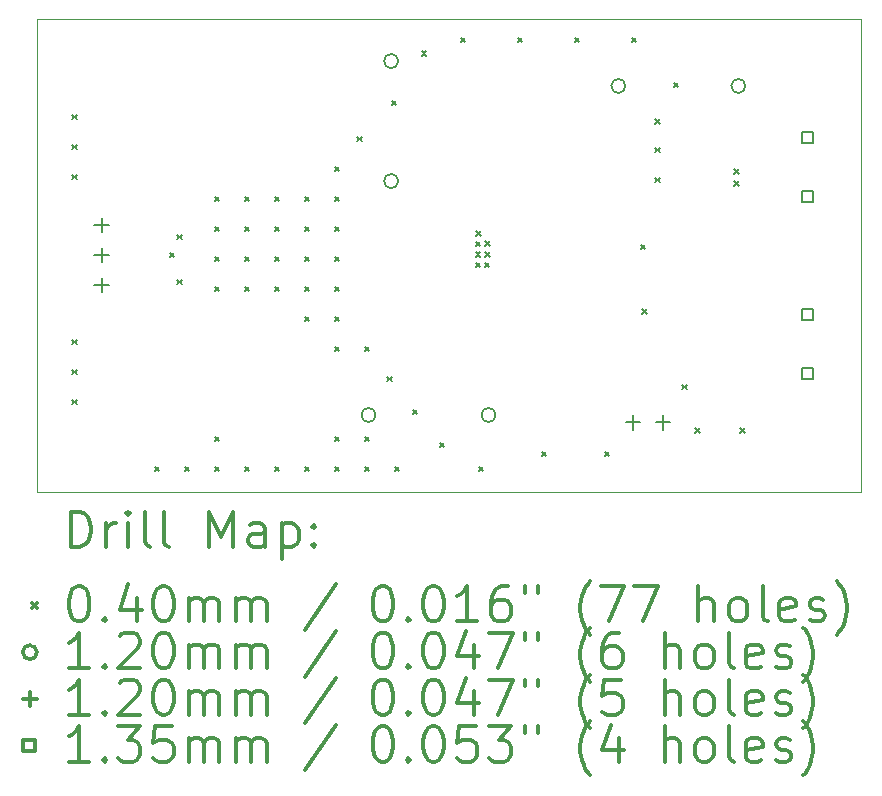
<source format=gbr>
%FSLAX45Y45*%
G04 Gerber Fmt 4.5, Leading zero omitted, Abs format (unit mm)*
G04 Created by KiCad (PCBNEW (5.1.4)-1) date 2021-02-21 00:24:14*
%MOMM*%
%LPD*%
G04 APERTURE LIST*
%ADD10C,0.050000*%
%ADD11C,0.200000*%
%ADD12C,0.300000*%
G04 APERTURE END LIST*
D10*
X11475550Y-7696640D02*
X18446100Y-7696640D01*
X11475550Y-11696640D02*
X11475550Y-7696640D01*
X18446100Y-11696640D02*
X11475550Y-11696640D01*
X18446100Y-7696640D02*
X18446100Y-11696640D01*
D11*
X11771550Y-8504640D02*
X11811550Y-8544640D01*
X11811550Y-8504640D02*
X11771550Y-8544640D01*
X11771550Y-8758640D02*
X11811550Y-8798640D01*
X11811550Y-8758640D02*
X11771550Y-8798640D01*
X11771550Y-9012640D02*
X11811550Y-9052640D01*
X11811550Y-9012640D02*
X11771550Y-9052640D01*
X11771550Y-10409640D02*
X11811550Y-10449640D01*
X11811550Y-10409640D02*
X11771550Y-10449640D01*
X11771550Y-10663640D02*
X11811550Y-10703640D01*
X11811550Y-10663640D02*
X11771550Y-10703640D01*
X11771550Y-10917640D02*
X11811550Y-10957640D01*
X11811550Y-10917640D02*
X11771550Y-10957640D01*
X12470100Y-11484340D02*
X12510100Y-11524340D01*
X12510100Y-11484340D02*
X12470100Y-11524340D01*
X12596650Y-9672640D02*
X12636650Y-9712640D01*
X12636650Y-9672640D02*
X12596650Y-9712640D01*
X12660550Y-9520640D02*
X12700550Y-9560640D01*
X12700550Y-9520640D02*
X12660550Y-9560640D01*
X12660550Y-9901640D02*
X12700550Y-9941640D01*
X12700550Y-9901640D02*
X12660550Y-9941640D01*
X12724100Y-11484340D02*
X12764100Y-11524340D01*
X12764100Y-11484340D02*
X12724100Y-11524340D01*
X12978100Y-9198340D02*
X13018100Y-9238340D01*
X13018100Y-9198340D02*
X12978100Y-9238340D01*
X12978100Y-9452340D02*
X13018100Y-9492340D01*
X13018100Y-9452340D02*
X12978100Y-9492340D01*
X12978100Y-9706340D02*
X13018100Y-9746340D01*
X13018100Y-9706340D02*
X12978100Y-9746340D01*
X12978100Y-9960340D02*
X13018100Y-10000340D01*
X13018100Y-9960340D02*
X12978100Y-10000340D01*
X12978100Y-11230340D02*
X13018100Y-11270340D01*
X13018100Y-11230340D02*
X12978100Y-11270340D01*
X12978100Y-11484340D02*
X13018100Y-11524340D01*
X13018100Y-11484340D02*
X12978100Y-11524340D01*
X13232100Y-9198340D02*
X13272100Y-9238340D01*
X13272100Y-9198340D02*
X13232100Y-9238340D01*
X13232100Y-9452340D02*
X13272100Y-9492340D01*
X13272100Y-9452340D02*
X13232100Y-9492340D01*
X13232100Y-9706340D02*
X13272100Y-9746340D01*
X13272100Y-9706340D02*
X13232100Y-9746340D01*
X13232100Y-9960340D02*
X13272100Y-10000340D01*
X13272100Y-9960340D02*
X13232100Y-10000340D01*
X13232100Y-11484340D02*
X13272100Y-11524340D01*
X13272100Y-11484340D02*
X13232100Y-11524340D01*
X13486100Y-9198340D02*
X13526100Y-9238340D01*
X13526100Y-9198340D02*
X13486100Y-9238340D01*
X13486100Y-9452340D02*
X13526100Y-9492340D01*
X13526100Y-9452340D02*
X13486100Y-9492340D01*
X13486100Y-9706340D02*
X13526100Y-9746340D01*
X13526100Y-9706340D02*
X13486100Y-9746340D01*
X13486100Y-9960340D02*
X13526100Y-10000340D01*
X13526100Y-9960340D02*
X13486100Y-10000340D01*
X13486100Y-11484340D02*
X13526100Y-11524340D01*
X13526100Y-11484340D02*
X13486100Y-11524340D01*
X13740100Y-9198340D02*
X13780100Y-9238340D01*
X13780100Y-9198340D02*
X13740100Y-9238340D01*
X13740100Y-9452340D02*
X13780100Y-9492340D01*
X13780100Y-9452340D02*
X13740100Y-9492340D01*
X13740100Y-9706340D02*
X13780100Y-9746340D01*
X13780100Y-9706340D02*
X13740100Y-9746340D01*
X13740100Y-9960340D02*
X13780100Y-10000340D01*
X13780100Y-9960340D02*
X13740100Y-10000340D01*
X13740100Y-10214340D02*
X13780100Y-10254340D01*
X13780100Y-10214340D02*
X13740100Y-10254340D01*
X13740100Y-11484340D02*
X13780100Y-11524340D01*
X13780100Y-11484340D02*
X13740100Y-11524340D01*
X13994100Y-8944340D02*
X14034100Y-8984340D01*
X14034100Y-8944340D02*
X13994100Y-8984340D01*
X13994100Y-9198340D02*
X14034100Y-9238340D01*
X14034100Y-9198340D02*
X13994100Y-9238340D01*
X13994100Y-9452340D02*
X14034100Y-9492340D01*
X14034100Y-9452340D02*
X13994100Y-9492340D01*
X13994100Y-9706340D02*
X14034100Y-9746340D01*
X14034100Y-9706340D02*
X13994100Y-9746340D01*
X13994100Y-9960340D02*
X14034100Y-10000340D01*
X14034100Y-9960340D02*
X13994100Y-10000340D01*
X13994100Y-10214340D02*
X14034100Y-10254340D01*
X14034100Y-10214340D02*
X13994100Y-10254340D01*
X13994100Y-10468340D02*
X14034100Y-10508340D01*
X14034100Y-10468340D02*
X13994100Y-10508340D01*
X13994100Y-11230340D02*
X14034100Y-11270340D01*
X14034100Y-11230340D02*
X13994100Y-11270340D01*
X13994100Y-11484340D02*
X14034100Y-11524340D01*
X14034100Y-11484340D02*
X13994100Y-11524340D01*
X14184600Y-8690340D02*
X14224600Y-8730340D01*
X14224600Y-8690340D02*
X14184600Y-8730340D01*
X14248100Y-10468340D02*
X14288100Y-10508340D01*
X14288100Y-10468340D02*
X14248100Y-10508340D01*
X14248100Y-11230340D02*
X14288100Y-11270340D01*
X14288100Y-11230340D02*
X14248100Y-11270340D01*
X14248100Y-11484340D02*
X14288100Y-11524340D01*
X14288100Y-11484340D02*
X14248100Y-11524340D01*
X14438600Y-10722340D02*
X14478600Y-10762340D01*
X14478600Y-10722340D02*
X14438600Y-10762340D01*
X14476700Y-8385540D02*
X14516700Y-8425540D01*
X14516700Y-8385540D02*
X14476700Y-8425540D01*
X14502100Y-11484340D02*
X14542100Y-11524340D01*
X14542100Y-11484340D02*
X14502100Y-11524340D01*
X14654500Y-11001740D02*
X14694500Y-11041740D01*
X14694500Y-11001740D02*
X14654500Y-11041740D01*
X14730700Y-7966440D02*
X14770700Y-8006440D01*
X14770700Y-7966440D02*
X14730700Y-8006440D01*
X14883100Y-11281140D02*
X14923100Y-11321140D01*
X14923100Y-11281140D02*
X14883100Y-11321140D01*
X15060900Y-7852140D02*
X15100900Y-7892140D01*
X15100900Y-7852140D02*
X15060900Y-7892140D01*
X15187900Y-9579340D02*
X15227900Y-9619340D01*
X15227900Y-9579340D02*
X15187900Y-9619340D01*
X15187900Y-9668240D02*
X15227900Y-9708240D01*
X15227900Y-9668240D02*
X15187900Y-9708240D01*
X15187900Y-9757140D02*
X15227900Y-9797140D01*
X15227900Y-9757140D02*
X15187900Y-9797140D01*
X15190550Y-9490440D02*
X15230550Y-9530440D01*
X15230550Y-9490440D02*
X15190550Y-9530440D01*
X15213300Y-11484340D02*
X15253300Y-11524340D01*
X15253300Y-11484340D02*
X15213300Y-11524340D01*
X15264100Y-9757140D02*
X15304100Y-9797140D01*
X15304100Y-9757140D02*
X15264100Y-9797140D01*
X15266590Y-9576520D02*
X15306590Y-9616520D01*
X15306590Y-9576520D02*
X15266590Y-9616520D01*
X15266590Y-9668240D02*
X15306590Y-9708240D01*
X15306590Y-9668240D02*
X15266590Y-9708240D01*
X15543500Y-7852140D02*
X15583500Y-7892140D01*
X15583500Y-7852140D02*
X15543500Y-7892140D01*
X15746700Y-11357340D02*
X15786700Y-11397340D01*
X15786700Y-11357340D02*
X15746700Y-11397340D01*
X16026100Y-7852140D02*
X16066100Y-7892140D01*
X16066100Y-7852140D02*
X16026100Y-7892140D01*
X16280100Y-11357340D02*
X16320100Y-11397340D01*
X16320100Y-11357340D02*
X16280100Y-11397340D01*
X16508700Y-7852140D02*
X16548700Y-7892140D01*
X16548700Y-7852140D02*
X16508700Y-7892140D01*
X16584900Y-9604740D02*
X16624900Y-9644740D01*
X16624900Y-9604740D02*
X16584900Y-9644740D01*
X16597600Y-10150840D02*
X16637600Y-10190840D01*
X16637600Y-10150840D02*
X16597600Y-10190840D01*
X16708200Y-8542640D02*
X16748200Y-8582640D01*
X16748200Y-8542640D02*
X16708200Y-8582640D01*
X16708200Y-8783940D02*
X16748200Y-8823940D01*
X16748200Y-8783940D02*
X16708200Y-8823940D01*
X16708200Y-9037940D02*
X16748200Y-9077940D01*
X16748200Y-9037940D02*
X16708200Y-9077940D01*
X16864300Y-8233140D02*
X16904300Y-8273140D01*
X16904300Y-8233140D02*
X16864300Y-8273140D01*
X16936800Y-10790540D02*
X16976800Y-10830540D01*
X16976800Y-10790540D02*
X16936800Y-10830540D01*
X17044300Y-11159690D02*
X17084300Y-11199690D01*
X17084300Y-11159690D02*
X17044300Y-11199690D01*
X17376100Y-8965340D02*
X17416100Y-9005340D01*
X17416100Y-8965340D02*
X17376100Y-9005340D01*
X17376100Y-9065340D02*
X17416100Y-9105340D01*
X17416100Y-9065340D02*
X17376100Y-9105340D01*
X17425300Y-11159690D02*
X17465300Y-11199690D01*
X17465300Y-11159690D02*
X17425300Y-11199690D01*
X14340044Y-11047140D02*
G75*
G03X14340044Y-11047140I-59944J0D01*
G01*
X15356044Y-11047140D02*
G75*
G03X15356044Y-11047140I-59944J0D01*
G01*
X14531244Y-8049940D02*
G75*
G03X14531244Y-8049940I-59944J0D01*
G01*
X14531244Y-9065940D02*
G75*
G03X14531244Y-9065940I-59944J0D01*
G01*
X16456044Y-8260340D02*
G75*
G03X16456044Y-8260340I-59944J0D01*
G01*
X17472044Y-8260340D02*
G75*
G03X17472044Y-8260340I-59944J0D01*
G01*
X16517100Y-11050340D02*
X16517100Y-11170340D01*
X16457100Y-11110340D02*
X16577100Y-11110340D01*
X16771100Y-11050340D02*
X16771100Y-11170340D01*
X16711100Y-11110340D02*
X16831100Y-11110340D01*
X12020150Y-9378640D02*
X12020150Y-9498640D01*
X11960150Y-9438640D02*
X12080150Y-9438640D01*
X12020150Y-9632640D02*
X12020150Y-9752640D01*
X11960150Y-9692640D02*
X12080150Y-9692640D01*
X12020150Y-9886640D02*
X12020150Y-10006640D01*
X11960150Y-9946640D02*
X12080150Y-9946640D01*
X18043830Y-8745370D02*
X18043830Y-8649910D01*
X17948370Y-8649910D01*
X17948370Y-8745370D01*
X18043830Y-8745370D01*
X18043830Y-9245370D02*
X18043830Y-9149910D01*
X17948370Y-9149910D01*
X17948370Y-9245370D01*
X18043830Y-9245370D01*
X18043830Y-10245370D02*
X18043830Y-10149910D01*
X17948370Y-10149910D01*
X17948370Y-10245370D01*
X18043830Y-10245370D01*
X18043830Y-10745370D02*
X18043830Y-10649910D01*
X17948370Y-10649910D01*
X17948370Y-10745370D01*
X18043830Y-10745370D01*
D12*
X11759478Y-12164854D02*
X11759478Y-11864854D01*
X11830907Y-11864854D01*
X11873764Y-11879140D01*
X11902336Y-11907711D01*
X11916621Y-11936283D01*
X11930907Y-11993426D01*
X11930907Y-12036283D01*
X11916621Y-12093426D01*
X11902336Y-12121997D01*
X11873764Y-12150569D01*
X11830907Y-12164854D01*
X11759478Y-12164854D01*
X12059478Y-12164854D02*
X12059478Y-11964854D01*
X12059478Y-12021997D02*
X12073764Y-11993426D01*
X12088050Y-11979140D01*
X12116621Y-11964854D01*
X12145193Y-11964854D01*
X12245193Y-12164854D02*
X12245193Y-11964854D01*
X12245193Y-11864854D02*
X12230907Y-11879140D01*
X12245193Y-11893426D01*
X12259478Y-11879140D01*
X12245193Y-11864854D01*
X12245193Y-11893426D01*
X12430907Y-12164854D02*
X12402336Y-12150569D01*
X12388050Y-12121997D01*
X12388050Y-11864854D01*
X12588050Y-12164854D02*
X12559478Y-12150569D01*
X12545193Y-12121997D01*
X12545193Y-11864854D01*
X12930907Y-12164854D02*
X12930907Y-11864854D01*
X13030907Y-12079140D01*
X13130907Y-11864854D01*
X13130907Y-12164854D01*
X13402336Y-12164854D02*
X13402336Y-12007711D01*
X13388050Y-11979140D01*
X13359478Y-11964854D01*
X13302336Y-11964854D01*
X13273764Y-11979140D01*
X13402336Y-12150569D02*
X13373764Y-12164854D01*
X13302336Y-12164854D01*
X13273764Y-12150569D01*
X13259478Y-12121997D01*
X13259478Y-12093426D01*
X13273764Y-12064854D01*
X13302336Y-12050569D01*
X13373764Y-12050569D01*
X13402336Y-12036283D01*
X13545193Y-11964854D02*
X13545193Y-12264854D01*
X13545193Y-11979140D02*
X13573764Y-11964854D01*
X13630907Y-11964854D01*
X13659478Y-11979140D01*
X13673764Y-11993426D01*
X13688050Y-12021997D01*
X13688050Y-12107711D01*
X13673764Y-12136283D01*
X13659478Y-12150569D01*
X13630907Y-12164854D01*
X13573764Y-12164854D01*
X13545193Y-12150569D01*
X13816621Y-12136283D02*
X13830907Y-12150569D01*
X13816621Y-12164854D01*
X13802336Y-12150569D01*
X13816621Y-12136283D01*
X13816621Y-12164854D01*
X13816621Y-11979140D02*
X13830907Y-11993426D01*
X13816621Y-12007711D01*
X13802336Y-11993426D01*
X13816621Y-11979140D01*
X13816621Y-12007711D01*
X11433050Y-12639140D02*
X11473050Y-12679140D01*
X11473050Y-12639140D02*
X11433050Y-12679140D01*
X11816621Y-12494854D02*
X11845193Y-12494854D01*
X11873764Y-12509140D01*
X11888050Y-12523426D01*
X11902336Y-12551997D01*
X11916621Y-12609140D01*
X11916621Y-12680569D01*
X11902336Y-12737711D01*
X11888050Y-12766283D01*
X11873764Y-12780569D01*
X11845193Y-12794854D01*
X11816621Y-12794854D01*
X11788050Y-12780569D01*
X11773764Y-12766283D01*
X11759478Y-12737711D01*
X11745193Y-12680569D01*
X11745193Y-12609140D01*
X11759478Y-12551997D01*
X11773764Y-12523426D01*
X11788050Y-12509140D01*
X11816621Y-12494854D01*
X12045193Y-12766283D02*
X12059478Y-12780569D01*
X12045193Y-12794854D01*
X12030907Y-12780569D01*
X12045193Y-12766283D01*
X12045193Y-12794854D01*
X12316621Y-12594854D02*
X12316621Y-12794854D01*
X12245193Y-12480569D02*
X12173764Y-12694854D01*
X12359478Y-12694854D01*
X12530907Y-12494854D02*
X12559478Y-12494854D01*
X12588050Y-12509140D01*
X12602336Y-12523426D01*
X12616621Y-12551997D01*
X12630907Y-12609140D01*
X12630907Y-12680569D01*
X12616621Y-12737711D01*
X12602336Y-12766283D01*
X12588050Y-12780569D01*
X12559478Y-12794854D01*
X12530907Y-12794854D01*
X12502336Y-12780569D01*
X12488050Y-12766283D01*
X12473764Y-12737711D01*
X12459478Y-12680569D01*
X12459478Y-12609140D01*
X12473764Y-12551997D01*
X12488050Y-12523426D01*
X12502336Y-12509140D01*
X12530907Y-12494854D01*
X12759478Y-12794854D02*
X12759478Y-12594854D01*
X12759478Y-12623426D02*
X12773764Y-12609140D01*
X12802336Y-12594854D01*
X12845193Y-12594854D01*
X12873764Y-12609140D01*
X12888050Y-12637711D01*
X12888050Y-12794854D01*
X12888050Y-12637711D02*
X12902336Y-12609140D01*
X12930907Y-12594854D01*
X12973764Y-12594854D01*
X13002336Y-12609140D01*
X13016621Y-12637711D01*
X13016621Y-12794854D01*
X13159478Y-12794854D02*
X13159478Y-12594854D01*
X13159478Y-12623426D02*
X13173764Y-12609140D01*
X13202336Y-12594854D01*
X13245193Y-12594854D01*
X13273764Y-12609140D01*
X13288050Y-12637711D01*
X13288050Y-12794854D01*
X13288050Y-12637711D02*
X13302336Y-12609140D01*
X13330907Y-12594854D01*
X13373764Y-12594854D01*
X13402336Y-12609140D01*
X13416621Y-12637711D01*
X13416621Y-12794854D01*
X14002336Y-12480569D02*
X13745193Y-12866283D01*
X14388050Y-12494854D02*
X14416621Y-12494854D01*
X14445193Y-12509140D01*
X14459478Y-12523426D01*
X14473764Y-12551997D01*
X14488050Y-12609140D01*
X14488050Y-12680569D01*
X14473764Y-12737711D01*
X14459478Y-12766283D01*
X14445193Y-12780569D01*
X14416621Y-12794854D01*
X14388050Y-12794854D01*
X14359478Y-12780569D01*
X14345193Y-12766283D01*
X14330907Y-12737711D01*
X14316621Y-12680569D01*
X14316621Y-12609140D01*
X14330907Y-12551997D01*
X14345193Y-12523426D01*
X14359478Y-12509140D01*
X14388050Y-12494854D01*
X14616621Y-12766283D02*
X14630907Y-12780569D01*
X14616621Y-12794854D01*
X14602336Y-12780569D01*
X14616621Y-12766283D01*
X14616621Y-12794854D01*
X14816621Y-12494854D02*
X14845193Y-12494854D01*
X14873764Y-12509140D01*
X14888050Y-12523426D01*
X14902336Y-12551997D01*
X14916621Y-12609140D01*
X14916621Y-12680569D01*
X14902336Y-12737711D01*
X14888050Y-12766283D01*
X14873764Y-12780569D01*
X14845193Y-12794854D01*
X14816621Y-12794854D01*
X14788050Y-12780569D01*
X14773764Y-12766283D01*
X14759478Y-12737711D01*
X14745193Y-12680569D01*
X14745193Y-12609140D01*
X14759478Y-12551997D01*
X14773764Y-12523426D01*
X14788050Y-12509140D01*
X14816621Y-12494854D01*
X15202336Y-12794854D02*
X15030907Y-12794854D01*
X15116621Y-12794854D02*
X15116621Y-12494854D01*
X15088050Y-12537711D01*
X15059478Y-12566283D01*
X15030907Y-12580569D01*
X15459478Y-12494854D02*
X15402336Y-12494854D01*
X15373764Y-12509140D01*
X15359478Y-12523426D01*
X15330907Y-12566283D01*
X15316621Y-12623426D01*
X15316621Y-12737711D01*
X15330907Y-12766283D01*
X15345193Y-12780569D01*
X15373764Y-12794854D01*
X15430907Y-12794854D01*
X15459478Y-12780569D01*
X15473764Y-12766283D01*
X15488050Y-12737711D01*
X15488050Y-12666283D01*
X15473764Y-12637711D01*
X15459478Y-12623426D01*
X15430907Y-12609140D01*
X15373764Y-12609140D01*
X15345193Y-12623426D01*
X15330907Y-12637711D01*
X15316621Y-12666283D01*
X15602336Y-12494854D02*
X15602336Y-12551997D01*
X15716621Y-12494854D02*
X15716621Y-12551997D01*
X16159478Y-12909140D02*
X16145193Y-12894854D01*
X16116621Y-12851997D01*
X16102336Y-12823426D01*
X16088050Y-12780569D01*
X16073764Y-12709140D01*
X16073764Y-12651997D01*
X16088050Y-12580569D01*
X16102336Y-12537711D01*
X16116621Y-12509140D01*
X16145193Y-12466283D01*
X16159478Y-12451997D01*
X16245193Y-12494854D02*
X16445193Y-12494854D01*
X16316621Y-12794854D01*
X16530907Y-12494854D02*
X16730907Y-12494854D01*
X16602336Y-12794854D01*
X17073764Y-12794854D02*
X17073764Y-12494854D01*
X17202336Y-12794854D02*
X17202336Y-12637711D01*
X17188050Y-12609140D01*
X17159478Y-12594854D01*
X17116621Y-12594854D01*
X17088050Y-12609140D01*
X17073764Y-12623426D01*
X17388050Y-12794854D02*
X17359478Y-12780569D01*
X17345193Y-12766283D01*
X17330907Y-12737711D01*
X17330907Y-12651997D01*
X17345193Y-12623426D01*
X17359478Y-12609140D01*
X17388050Y-12594854D01*
X17430907Y-12594854D01*
X17459478Y-12609140D01*
X17473764Y-12623426D01*
X17488050Y-12651997D01*
X17488050Y-12737711D01*
X17473764Y-12766283D01*
X17459478Y-12780569D01*
X17430907Y-12794854D01*
X17388050Y-12794854D01*
X17659478Y-12794854D02*
X17630907Y-12780569D01*
X17616621Y-12751997D01*
X17616621Y-12494854D01*
X17888050Y-12780569D02*
X17859478Y-12794854D01*
X17802336Y-12794854D01*
X17773764Y-12780569D01*
X17759478Y-12751997D01*
X17759478Y-12637711D01*
X17773764Y-12609140D01*
X17802336Y-12594854D01*
X17859478Y-12594854D01*
X17888050Y-12609140D01*
X17902336Y-12637711D01*
X17902336Y-12666283D01*
X17759478Y-12694854D01*
X18016621Y-12780569D02*
X18045193Y-12794854D01*
X18102336Y-12794854D01*
X18130907Y-12780569D01*
X18145193Y-12751997D01*
X18145193Y-12737711D01*
X18130907Y-12709140D01*
X18102336Y-12694854D01*
X18059478Y-12694854D01*
X18030907Y-12680569D01*
X18016621Y-12651997D01*
X18016621Y-12637711D01*
X18030907Y-12609140D01*
X18059478Y-12594854D01*
X18102336Y-12594854D01*
X18130907Y-12609140D01*
X18245193Y-12909140D02*
X18259478Y-12894854D01*
X18288050Y-12851997D01*
X18302336Y-12823426D01*
X18316621Y-12780569D01*
X18330907Y-12709140D01*
X18330907Y-12651997D01*
X18316621Y-12580569D01*
X18302336Y-12537711D01*
X18288050Y-12509140D01*
X18259478Y-12466283D01*
X18245193Y-12451997D01*
X11473050Y-13055140D02*
G75*
G03X11473050Y-13055140I-59944J0D01*
G01*
X11916621Y-13190854D02*
X11745193Y-13190854D01*
X11830907Y-13190854D02*
X11830907Y-12890854D01*
X11802336Y-12933711D01*
X11773764Y-12962283D01*
X11745193Y-12976569D01*
X12045193Y-13162283D02*
X12059478Y-13176569D01*
X12045193Y-13190854D01*
X12030907Y-13176569D01*
X12045193Y-13162283D01*
X12045193Y-13190854D01*
X12173764Y-12919426D02*
X12188050Y-12905140D01*
X12216621Y-12890854D01*
X12288050Y-12890854D01*
X12316621Y-12905140D01*
X12330907Y-12919426D01*
X12345193Y-12947997D01*
X12345193Y-12976569D01*
X12330907Y-13019426D01*
X12159478Y-13190854D01*
X12345193Y-13190854D01*
X12530907Y-12890854D02*
X12559478Y-12890854D01*
X12588050Y-12905140D01*
X12602336Y-12919426D01*
X12616621Y-12947997D01*
X12630907Y-13005140D01*
X12630907Y-13076569D01*
X12616621Y-13133711D01*
X12602336Y-13162283D01*
X12588050Y-13176569D01*
X12559478Y-13190854D01*
X12530907Y-13190854D01*
X12502336Y-13176569D01*
X12488050Y-13162283D01*
X12473764Y-13133711D01*
X12459478Y-13076569D01*
X12459478Y-13005140D01*
X12473764Y-12947997D01*
X12488050Y-12919426D01*
X12502336Y-12905140D01*
X12530907Y-12890854D01*
X12759478Y-13190854D02*
X12759478Y-12990854D01*
X12759478Y-13019426D02*
X12773764Y-13005140D01*
X12802336Y-12990854D01*
X12845193Y-12990854D01*
X12873764Y-13005140D01*
X12888050Y-13033711D01*
X12888050Y-13190854D01*
X12888050Y-13033711D02*
X12902336Y-13005140D01*
X12930907Y-12990854D01*
X12973764Y-12990854D01*
X13002336Y-13005140D01*
X13016621Y-13033711D01*
X13016621Y-13190854D01*
X13159478Y-13190854D02*
X13159478Y-12990854D01*
X13159478Y-13019426D02*
X13173764Y-13005140D01*
X13202336Y-12990854D01*
X13245193Y-12990854D01*
X13273764Y-13005140D01*
X13288050Y-13033711D01*
X13288050Y-13190854D01*
X13288050Y-13033711D02*
X13302336Y-13005140D01*
X13330907Y-12990854D01*
X13373764Y-12990854D01*
X13402336Y-13005140D01*
X13416621Y-13033711D01*
X13416621Y-13190854D01*
X14002336Y-12876569D02*
X13745193Y-13262283D01*
X14388050Y-12890854D02*
X14416621Y-12890854D01*
X14445193Y-12905140D01*
X14459478Y-12919426D01*
X14473764Y-12947997D01*
X14488050Y-13005140D01*
X14488050Y-13076569D01*
X14473764Y-13133711D01*
X14459478Y-13162283D01*
X14445193Y-13176569D01*
X14416621Y-13190854D01*
X14388050Y-13190854D01*
X14359478Y-13176569D01*
X14345193Y-13162283D01*
X14330907Y-13133711D01*
X14316621Y-13076569D01*
X14316621Y-13005140D01*
X14330907Y-12947997D01*
X14345193Y-12919426D01*
X14359478Y-12905140D01*
X14388050Y-12890854D01*
X14616621Y-13162283D02*
X14630907Y-13176569D01*
X14616621Y-13190854D01*
X14602336Y-13176569D01*
X14616621Y-13162283D01*
X14616621Y-13190854D01*
X14816621Y-12890854D02*
X14845193Y-12890854D01*
X14873764Y-12905140D01*
X14888050Y-12919426D01*
X14902336Y-12947997D01*
X14916621Y-13005140D01*
X14916621Y-13076569D01*
X14902336Y-13133711D01*
X14888050Y-13162283D01*
X14873764Y-13176569D01*
X14845193Y-13190854D01*
X14816621Y-13190854D01*
X14788050Y-13176569D01*
X14773764Y-13162283D01*
X14759478Y-13133711D01*
X14745193Y-13076569D01*
X14745193Y-13005140D01*
X14759478Y-12947997D01*
X14773764Y-12919426D01*
X14788050Y-12905140D01*
X14816621Y-12890854D01*
X15173764Y-12990854D02*
X15173764Y-13190854D01*
X15102336Y-12876569D02*
X15030907Y-13090854D01*
X15216621Y-13090854D01*
X15302336Y-12890854D02*
X15502336Y-12890854D01*
X15373764Y-13190854D01*
X15602336Y-12890854D02*
X15602336Y-12947997D01*
X15716621Y-12890854D02*
X15716621Y-12947997D01*
X16159478Y-13305140D02*
X16145193Y-13290854D01*
X16116621Y-13247997D01*
X16102336Y-13219426D01*
X16088050Y-13176569D01*
X16073764Y-13105140D01*
X16073764Y-13047997D01*
X16088050Y-12976569D01*
X16102336Y-12933711D01*
X16116621Y-12905140D01*
X16145193Y-12862283D01*
X16159478Y-12847997D01*
X16402336Y-12890854D02*
X16345193Y-12890854D01*
X16316621Y-12905140D01*
X16302336Y-12919426D01*
X16273764Y-12962283D01*
X16259478Y-13019426D01*
X16259478Y-13133711D01*
X16273764Y-13162283D01*
X16288050Y-13176569D01*
X16316621Y-13190854D01*
X16373764Y-13190854D01*
X16402336Y-13176569D01*
X16416621Y-13162283D01*
X16430907Y-13133711D01*
X16430907Y-13062283D01*
X16416621Y-13033711D01*
X16402336Y-13019426D01*
X16373764Y-13005140D01*
X16316621Y-13005140D01*
X16288050Y-13019426D01*
X16273764Y-13033711D01*
X16259478Y-13062283D01*
X16788050Y-13190854D02*
X16788050Y-12890854D01*
X16916621Y-13190854D02*
X16916621Y-13033711D01*
X16902336Y-13005140D01*
X16873764Y-12990854D01*
X16830907Y-12990854D01*
X16802336Y-13005140D01*
X16788050Y-13019426D01*
X17102336Y-13190854D02*
X17073764Y-13176569D01*
X17059478Y-13162283D01*
X17045193Y-13133711D01*
X17045193Y-13047997D01*
X17059478Y-13019426D01*
X17073764Y-13005140D01*
X17102336Y-12990854D01*
X17145193Y-12990854D01*
X17173764Y-13005140D01*
X17188050Y-13019426D01*
X17202336Y-13047997D01*
X17202336Y-13133711D01*
X17188050Y-13162283D01*
X17173764Y-13176569D01*
X17145193Y-13190854D01*
X17102336Y-13190854D01*
X17373764Y-13190854D02*
X17345193Y-13176569D01*
X17330907Y-13147997D01*
X17330907Y-12890854D01*
X17602336Y-13176569D02*
X17573764Y-13190854D01*
X17516621Y-13190854D01*
X17488050Y-13176569D01*
X17473764Y-13147997D01*
X17473764Y-13033711D01*
X17488050Y-13005140D01*
X17516621Y-12990854D01*
X17573764Y-12990854D01*
X17602336Y-13005140D01*
X17616621Y-13033711D01*
X17616621Y-13062283D01*
X17473764Y-13090854D01*
X17730907Y-13176569D02*
X17759478Y-13190854D01*
X17816621Y-13190854D01*
X17845193Y-13176569D01*
X17859478Y-13147997D01*
X17859478Y-13133711D01*
X17845193Y-13105140D01*
X17816621Y-13090854D01*
X17773764Y-13090854D01*
X17745193Y-13076569D01*
X17730907Y-13047997D01*
X17730907Y-13033711D01*
X17745193Y-13005140D01*
X17773764Y-12990854D01*
X17816621Y-12990854D01*
X17845193Y-13005140D01*
X17959478Y-13305140D02*
X17973764Y-13290854D01*
X18002336Y-13247997D01*
X18016621Y-13219426D01*
X18030907Y-13176569D01*
X18045193Y-13105140D01*
X18045193Y-13047997D01*
X18030907Y-12976569D01*
X18016621Y-12933711D01*
X18002336Y-12905140D01*
X17973764Y-12862283D01*
X17959478Y-12847997D01*
X11413050Y-13391140D02*
X11413050Y-13511140D01*
X11353050Y-13451140D02*
X11473050Y-13451140D01*
X11916621Y-13586854D02*
X11745193Y-13586854D01*
X11830907Y-13586854D02*
X11830907Y-13286854D01*
X11802336Y-13329711D01*
X11773764Y-13358283D01*
X11745193Y-13372569D01*
X12045193Y-13558283D02*
X12059478Y-13572569D01*
X12045193Y-13586854D01*
X12030907Y-13572569D01*
X12045193Y-13558283D01*
X12045193Y-13586854D01*
X12173764Y-13315426D02*
X12188050Y-13301140D01*
X12216621Y-13286854D01*
X12288050Y-13286854D01*
X12316621Y-13301140D01*
X12330907Y-13315426D01*
X12345193Y-13343997D01*
X12345193Y-13372569D01*
X12330907Y-13415426D01*
X12159478Y-13586854D01*
X12345193Y-13586854D01*
X12530907Y-13286854D02*
X12559478Y-13286854D01*
X12588050Y-13301140D01*
X12602336Y-13315426D01*
X12616621Y-13343997D01*
X12630907Y-13401140D01*
X12630907Y-13472569D01*
X12616621Y-13529711D01*
X12602336Y-13558283D01*
X12588050Y-13572569D01*
X12559478Y-13586854D01*
X12530907Y-13586854D01*
X12502336Y-13572569D01*
X12488050Y-13558283D01*
X12473764Y-13529711D01*
X12459478Y-13472569D01*
X12459478Y-13401140D01*
X12473764Y-13343997D01*
X12488050Y-13315426D01*
X12502336Y-13301140D01*
X12530907Y-13286854D01*
X12759478Y-13586854D02*
X12759478Y-13386854D01*
X12759478Y-13415426D02*
X12773764Y-13401140D01*
X12802336Y-13386854D01*
X12845193Y-13386854D01*
X12873764Y-13401140D01*
X12888050Y-13429711D01*
X12888050Y-13586854D01*
X12888050Y-13429711D02*
X12902336Y-13401140D01*
X12930907Y-13386854D01*
X12973764Y-13386854D01*
X13002336Y-13401140D01*
X13016621Y-13429711D01*
X13016621Y-13586854D01*
X13159478Y-13586854D02*
X13159478Y-13386854D01*
X13159478Y-13415426D02*
X13173764Y-13401140D01*
X13202336Y-13386854D01*
X13245193Y-13386854D01*
X13273764Y-13401140D01*
X13288050Y-13429711D01*
X13288050Y-13586854D01*
X13288050Y-13429711D02*
X13302336Y-13401140D01*
X13330907Y-13386854D01*
X13373764Y-13386854D01*
X13402336Y-13401140D01*
X13416621Y-13429711D01*
X13416621Y-13586854D01*
X14002336Y-13272569D02*
X13745193Y-13658283D01*
X14388050Y-13286854D02*
X14416621Y-13286854D01*
X14445193Y-13301140D01*
X14459478Y-13315426D01*
X14473764Y-13343997D01*
X14488050Y-13401140D01*
X14488050Y-13472569D01*
X14473764Y-13529711D01*
X14459478Y-13558283D01*
X14445193Y-13572569D01*
X14416621Y-13586854D01*
X14388050Y-13586854D01*
X14359478Y-13572569D01*
X14345193Y-13558283D01*
X14330907Y-13529711D01*
X14316621Y-13472569D01*
X14316621Y-13401140D01*
X14330907Y-13343997D01*
X14345193Y-13315426D01*
X14359478Y-13301140D01*
X14388050Y-13286854D01*
X14616621Y-13558283D02*
X14630907Y-13572569D01*
X14616621Y-13586854D01*
X14602336Y-13572569D01*
X14616621Y-13558283D01*
X14616621Y-13586854D01*
X14816621Y-13286854D02*
X14845193Y-13286854D01*
X14873764Y-13301140D01*
X14888050Y-13315426D01*
X14902336Y-13343997D01*
X14916621Y-13401140D01*
X14916621Y-13472569D01*
X14902336Y-13529711D01*
X14888050Y-13558283D01*
X14873764Y-13572569D01*
X14845193Y-13586854D01*
X14816621Y-13586854D01*
X14788050Y-13572569D01*
X14773764Y-13558283D01*
X14759478Y-13529711D01*
X14745193Y-13472569D01*
X14745193Y-13401140D01*
X14759478Y-13343997D01*
X14773764Y-13315426D01*
X14788050Y-13301140D01*
X14816621Y-13286854D01*
X15173764Y-13386854D02*
X15173764Y-13586854D01*
X15102336Y-13272569D02*
X15030907Y-13486854D01*
X15216621Y-13486854D01*
X15302336Y-13286854D02*
X15502336Y-13286854D01*
X15373764Y-13586854D01*
X15602336Y-13286854D02*
X15602336Y-13343997D01*
X15716621Y-13286854D02*
X15716621Y-13343997D01*
X16159478Y-13701140D02*
X16145193Y-13686854D01*
X16116621Y-13643997D01*
X16102336Y-13615426D01*
X16088050Y-13572569D01*
X16073764Y-13501140D01*
X16073764Y-13443997D01*
X16088050Y-13372569D01*
X16102336Y-13329711D01*
X16116621Y-13301140D01*
X16145193Y-13258283D01*
X16159478Y-13243997D01*
X16416621Y-13286854D02*
X16273764Y-13286854D01*
X16259478Y-13429711D01*
X16273764Y-13415426D01*
X16302336Y-13401140D01*
X16373764Y-13401140D01*
X16402336Y-13415426D01*
X16416621Y-13429711D01*
X16430907Y-13458283D01*
X16430907Y-13529711D01*
X16416621Y-13558283D01*
X16402336Y-13572569D01*
X16373764Y-13586854D01*
X16302336Y-13586854D01*
X16273764Y-13572569D01*
X16259478Y-13558283D01*
X16788050Y-13586854D02*
X16788050Y-13286854D01*
X16916621Y-13586854D02*
X16916621Y-13429711D01*
X16902336Y-13401140D01*
X16873764Y-13386854D01*
X16830907Y-13386854D01*
X16802336Y-13401140D01*
X16788050Y-13415426D01*
X17102336Y-13586854D02*
X17073764Y-13572569D01*
X17059478Y-13558283D01*
X17045193Y-13529711D01*
X17045193Y-13443997D01*
X17059478Y-13415426D01*
X17073764Y-13401140D01*
X17102336Y-13386854D01*
X17145193Y-13386854D01*
X17173764Y-13401140D01*
X17188050Y-13415426D01*
X17202336Y-13443997D01*
X17202336Y-13529711D01*
X17188050Y-13558283D01*
X17173764Y-13572569D01*
X17145193Y-13586854D01*
X17102336Y-13586854D01*
X17373764Y-13586854D02*
X17345193Y-13572569D01*
X17330907Y-13543997D01*
X17330907Y-13286854D01*
X17602336Y-13572569D02*
X17573764Y-13586854D01*
X17516621Y-13586854D01*
X17488050Y-13572569D01*
X17473764Y-13543997D01*
X17473764Y-13429711D01*
X17488050Y-13401140D01*
X17516621Y-13386854D01*
X17573764Y-13386854D01*
X17602336Y-13401140D01*
X17616621Y-13429711D01*
X17616621Y-13458283D01*
X17473764Y-13486854D01*
X17730907Y-13572569D02*
X17759478Y-13586854D01*
X17816621Y-13586854D01*
X17845193Y-13572569D01*
X17859478Y-13543997D01*
X17859478Y-13529711D01*
X17845193Y-13501140D01*
X17816621Y-13486854D01*
X17773764Y-13486854D01*
X17745193Y-13472569D01*
X17730907Y-13443997D01*
X17730907Y-13429711D01*
X17745193Y-13401140D01*
X17773764Y-13386854D01*
X17816621Y-13386854D01*
X17845193Y-13401140D01*
X17959478Y-13701140D02*
X17973764Y-13686854D01*
X18002336Y-13643997D01*
X18016621Y-13615426D01*
X18030907Y-13572569D01*
X18045193Y-13501140D01*
X18045193Y-13443997D01*
X18030907Y-13372569D01*
X18016621Y-13329711D01*
X18002336Y-13301140D01*
X17973764Y-13258283D01*
X17959478Y-13243997D01*
X11453280Y-13894870D02*
X11453280Y-13799410D01*
X11357820Y-13799410D01*
X11357820Y-13894870D01*
X11453280Y-13894870D01*
X11916621Y-13982854D02*
X11745193Y-13982854D01*
X11830907Y-13982854D02*
X11830907Y-13682854D01*
X11802336Y-13725711D01*
X11773764Y-13754283D01*
X11745193Y-13768569D01*
X12045193Y-13954283D02*
X12059478Y-13968569D01*
X12045193Y-13982854D01*
X12030907Y-13968569D01*
X12045193Y-13954283D01*
X12045193Y-13982854D01*
X12159478Y-13682854D02*
X12345193Y-13682854D01*
X12245193Y-13797140D01*
X12288050Y-13797140D01*
X12316621Y-13811426D01*
X12330907Y-13825711D01*
X12345193Y-13854283D01*
X12345193Y-13925711D01*
X12330907Y-13954283D01*
X12316621Y-13968569D01*
X12288050Y-13982854D01*
X12202336Y-13982854D01*
X12173764Y-13968569D01*
X12159478Y-13954283D01*
X12616621Y-13682854D02*
X12473764Y-13682854D01*
X12459478Y-13825711D01*
X12473764Y-13811426D01*
X12502336Y-13797140D01*
X12573764Y-13797140D01*
X12602336Y-13811426D01*
X12616621Y-13825711D01*
X12630907Y-13854283D01*
X12630907Y-13925711D01*
X12616621Y-13954283D01*
X12602336Y-13968569D01*
X12573764Y-13982854D01*
X12502336Y-13982854D01*
X12473764Y-13968569D01*
X12459478Y-13954283D01*
X12759478Y-13982854D02*
X12759478Y-13782854D01*
X12759478Y-13811426D02*
X12773764Y-13797140D01*
X12802336Y-13782854D01*
X12845193Y-13782854D01*
X12873764Y-13797140D01*
X12888050Y-13825711D01*
X12888050Y-13982854D01*
X12888050Y-13825711D02*
X12902336Y-13797140D01*
X12930907Y-13782854D01*
X12973764Y-13782854D01*
X13002336Y-13797140D01*
X13016621Y-13825711D01*
X13016621Y-13982854D01*
X13159478Y-13982854D02*
X13159478Y-13782854D01*
X13159478Y-13811426D02*
X13173764Y-13797140D01*
X13202336Y-13782854D01*
X13245193Y-13782854D01*
X13273764Y-13797140D01*
X13288050Y-13825711D01*
X13288050Y-13982854D01*
X13288050Y-13825711D02*
X13302336Y-13797140D01*
X13330907Y-13782854D01*
X13373764Y-13782854D01*
X13402336Y-13797140D01*
X13416621Y-13825711D01*
X13416621Y-13982854D01*
X14002336Y-13668569D02*
X13745193Y-14054283D01*
X14388050Y-13682854D02*
X14416621Y-13682854D01*
X14445193Y-13697140D01*
X14459478Y-13711426D01*
X14473764Y-13739997D01*
X14488050Y-13797140D01*
X14488050Y-13868569D01*
X14473764Y-13925711D01*
X14459478Y-13954283D01*
X14445193Y-13968569D01*
X14416621Y-13982854D01*
X14388050Y-13982854D01*
X14359478Y-13968569D01*
X14345193Y-13954283D01*
X14330907Y-13925711D01*
X14316621Y-13868569D01*
X14316621Y-13797140D01*
X14330907Y-13739997D01*
X14345193Y-13711426D01*
X14359478Y-13697140D01*
X14388050Y-13682854D01*
X14616621Y-13954283D02*
X14630907Y-13968569D01*
X14616621Y-13982854D01*
X14602336Y-13968569D01*
X14616621Y-13954283D01*
X14616621Y-13982854D01*
X14816621Y-13682854D02*
X14845193Y-13682854D01*
X14873764Y-13697140D01*
X14888050Y-13711426D01*
X14902336Y-13739997D01*
X14916621Y-13797140D01*
X14916621Y-13868569D01*
X14902336Y-13925711D01*
X14888050Y-13954283D01*
X14873764Y-13968569D01*
X14845193Y-13982854D01*
X14816621Y-13982854D01*
X14788050Y-13968569D01*
X14773764Y-13954283D01*
X14759478Y-13925711D01*
X14745193Y-13868569D01*
X14745193Y-13797140D01*
X14759478Y-13739997D01*
X14773764Y-13711426D01*
X14788050Y-13697140D01*
X14816621Y-13682854D01*
X15188050Y-13682854D02*
X15045193Y-13682854D01*
X15030907Y-13825711D01*
X15045193Y-13811426D01*
X15073764Y-13797140D01*
X15145193Y-13797140D01*
X15173764Y-13811426D01*
X15188050Y-13825711D01*
X15202336Y-13854283D01*
X15202336Y-13925711D01*
X15188050Y-13954283D01*
X15173764Y-13968569D01*
X15145193Y-13982854D01*
X15073764Y-13982854D01*
X15045193Y-13968569D01*
X15030907Y-13954283D01*
X15302336Y-13682854D02*
X15488050Y-13682854D01*
X15388050Y-13797140D01*
X15430907Y-13797140D01*
X15459478Y-13811426D01*
X15473764Y-13825711D01*
X15488050Y-13854283D01*
X15488050Y-13925711D01*
X15473764Y-13954283D01*
X15459478Y-13968569D01*
X15430907Y-13982854D01*
X15345193Y-13982854D01*
X15316621Y-13968569D01*
X15302336Y-13954283D01*
X15602336Y-13682854D02*
X15602336Y-13739997D01*
X15716621Y-13682854D02*
X15716621Y-13739997D01*
X16159478Y-14097140D02*
X16145193Y-14082854D01*
X16116621Y-14039997D01*
X16102336Y-14011426D01*
X16088050Y-13968569D01*
X16073764Y-13897140D01*
X16073764Y-13839997D01*
X16088050Y-13768569D01*
X16102336Y-13725711D01*
X16116621Y-13697140D01*
X16145193Y-13654283D01*
X16159478Y-13639997D01*
X16402336Y-13782854D02*
X16402336Y-13982854D01*
X16330907Y-13668569D02*
X16259478Y-13882854D01*
X16445193Y-13882854D01*
X16788050Y-13982854D02*
X16788050Y-13682854D01*
X16916621Y-13982854D02*
X16916621Y-13825711D01*
X16902336Y-13797140D01*
X16873764Y-13782854D01*
X16830907Y-13782854D01*
X16802336Y-13797140D01*
X16788050Y-13811426D01*
X17102336Y-13982854D02*
X17073764Y-13968569D01*
X17059478Y-13954283D01*
X17045193Y-13925711D01*
X17045193Y-13839997D01*
X17059478Y-13811426D01*
X17073764Y-13797140D01*
X17102336Y-13782854D01*
X17145193Y-13782854D01*
X17173764Y-13797140D01*
X17188050Y-13811426D01*
X17202336Y-13839997D01*
X17202336Y-13925711D01*
X17188050Y-13954283D01*
X17173764Y-13968569D01*
X17145193Y-13982854D01*
X17102336Y-13982854D01*
X17373764Y-13982854D02*
X17345193Y-13968569D01*
X17330907Y-13939997D01*
X17330907Y-13682854D01*
X17602336Y-13968569D02*
X17573764Y-13982854D01*
X17516621Y-13982854D01*
X17488050Y-13968569D01*
X17473764Y-13939997D01*
X17473764Y-13825711D01*
X17488050Y-13797140D01*
X17516621Y-13782854D01*
X17573764Y-13782854D01*
X17602336Y-13797140D01*
X17616621Y-13825711D01*
X17616621Y-13854283D01*
X17473764Y-13882854D01*
X17730907Y-13968569D02*
X17759478Y-13982854D01*
X17816621Y-13982854D01*
X17845193Y-13968569D01*
X17859478Y-13939997D01*
X17859478Y-13925711D01*
X17845193Y-13897140D01*
X17816621Y-13882854D01*
X17773764Y-13882854D01*
X17745193Y-13868569D01*
X17730907Y-13839997D01*
X17730907Y-13825711D01*
X17745193Y-13797140D01*
X17773764Y-13782854D01*
X17816621Y-13782854D01*
X17845193Y-13797140D01*
X17959478Y-14097140D02*
X17973764Y-14082854D01*
X18002336Y-14039997D01*
X18016621Y-14011426D01*
X18030907Y-13968569D01*
X18045193Y-13897140D01*
X18045193Y-13839997D01*
X18030907Y-13768569D01*
X18016621Y-13725711D01*
X18002336Y-13697140D01*
X17973764Y-13654283D01*
X17959478Y-13639997D01*
M02*

</source>
